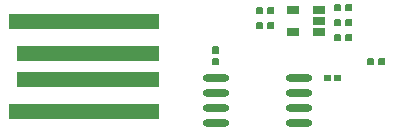
<source format=gbp>
G04 Layer: BottomPasteMaskLayer*
G04 EasyEDA v6.5.46, 2025-02-01 21:24:59*
G04 3faa27f7c1044bbbb46ecef337df57e6,286660f9466f4c8aba87c6f7285b94de,10*
G04 Gerber Generator version 0.2*
G04 Scale: 100 percent, Rotated: No, Reflected: No *
G04 Dimensions in millimeters *
G04 leading zeros omitted , absolute positions ,4 integer and 5 decimal *
%FSLAX45Y45*%
%MOMM*%

%AMMACRO1*4,1,4,6.0325,0.635,6.0325,-0.635,-6.0325,-0.635,-6.0325,0.635,6.0325,0.635,0*%
%AMMACRO2*4,1,4,6.35,0.635,6.35,-0.635,-6.35,-0.635,-6.35,0.635,6.35,0.635,0*%
%AMMACRO3*21,1,$1,$2,0,0,$3*%
%ADD10MACRO1*%
%ADD11MACRO2*%
%ADD12MACRO3,0.6X1X-90.0024*%
%ADD13MACRO3,0.5999X1.0001X-90.0024*%
%ADD14MACRO3,0.6X1X-90.0000*%
%ADD15MACRO3,0.6X1X-89.9976*%
%ADD16O,2.2500082X0.6299962*%

%LPD*%
G36*
X1510893Y510082D02*
G01*
X1503883Y505104D01*
X1503883Y460095D01*
X1510893Y455117D01*
X1558899Y455117D01*
X1563928Y460095D01*
X1563928Y505104D01*
X1558899Y510082D01*
G37*
G36*
X1412900Y510082D02*
G01*
X1407922Y505104D01*
X1407922Y460095D01*
X1412900Y455117D01*
X1460906Y455117D01*
X1467916Y460095D01*
X1467916Y505104D01*
X1460906Y510082D01*
G37*
G36*
X1510893Y637082D02*
G01*
X1503883Y632104D01*
X1503883Y587095D01*
X1510893Y582117D01*
X1558899Y582117D01*
X1563928Y587095D01*
X1563928Y632104D01*
X1558899Y637082D01*
G37*
G36*
X1412900Y637082D02*
G01*
X1407922Y632104D01*
X1407922Y587095D01*
X1412900Y582117D01*
X1460906Y582117D01*
X1467916Y587095D01*
X1467916Y632104D01*
X1460906Y637082D01*
G37*
G36*
X1510893Y383082D02*
G01*
X1503883Y378104D01*
X1503883Y333095D01*
X1510893Y328117D01*
X1558899Y328117D01*
X1563928Y333095D01*
X1563928Y378104D01*
X1558899Y383082D01*
G37*
G36*
X1412900Y383082D02*
G01*
X1407922Y378104D01*
X1407922Y333095D01*
X1412900Y328117D01*
X1460906Y328117D01*
X1467916Y333095D01*
X1467916Y378104D01*
X1460906Y383082D01*
G37*
G36*
X752500Y611682D02*
G01*
X747522Y606704D01*
X747522Y561695D01*
X752500Y556717D01*
X800506Y556717D01*
X807516Y561695D01*
X807516Y606704D01*
X800506Y611682D01*
G37*
G36*
X850493Y611682D02*
G01*
X843483Y606704D01*
X843483Y561695D01*
X850493Y556717D01*
X898499Y556717D01*
X903478Y561695D01*
X903478Y606704D01*
X898499Y611682D01*
G37*
G36*
X752500Y484682D02*
G01*
X747522Y479704D01*
X747522Y434695D01*
X752500Y429717D01*
X800506Y429717D01*
X807516Y434695D01*
X807516Y479704D01*
X800506Y484682D01*
G37*
G36*
X850493Y484682D02*
G01*
X843483Y479704D01*
X843483Y434695D01*
X850493Y429717D01*
X898499Y429717D01*
X903478Y434695D01*
X903478Y479704D01*
X898499Y484682D01*
G37*
G36*
X383895Y185216D02*
G01*
X378917Y178206D01*
X378917Y130200D01*
X383895Y125222D01*
X428904Y125222D01*
X433882Y130200D01*
X433882Y178206D01*
X428904Y185216D01*
G37*
G36*
X383895Y281178D02*
G01*
X378917Y276199D01*
X378917Y228193D01*
X383895Y221183D01*
X428904Y221183D01*
X433882Y228193D01*
X433882Y276199D01*
X428904Y281178D01*
G37*
G36*
X1790293Y179882D02*
G01*
X1783283Y174904D01*
X1783283Y129895D01*
X1790293Y124917D01*
X1838299Y124917D01*
X1843278Y129895D01*
X1843278Y174904D01*
X1838299Y179882D01*
G37*
G36*
X1692300Y179882D02*
G01*
X1687322Y174904D01*
X1687322Y129895D01*
X1692300Y124917D01*
X1740306Y124917D01*
X1747316Y129895D01*
X1747316Y174904D01*
X1740306Y179882D01*
G37*
G36*
X1414526Y39725D02*
G01*
X1410512Y35712D01*
X1410512Y-10312D01*
X1414526Y-14325D01*
X1464564Y-14325D01*
X1468577Y-10312D01*
X1468577Y35712D01*
X1464564Y39725D01*
G37*
G36*
X1329436Y39725D02*
G01*
X1325422Y35712D01*
X1325422Y-10312D01*
X1329436Y-14325D01*
X1379474Y-14325D01*
X1383487Y-10312D01*
X1383487Y35712D01*
X1379474Y39725D01*
G37*
D10*
G01*
X-673100Y0D03*
G01*
X-673100Y215900D03*
D11*
G01*
X-704850Y488950D03*
G01*
X-704850Y-273050D03*
D12*
G01*
X1278411Y495300D03*
D13*
G01*
X1278412Y400306D03*
D14*
G01*
X1278404Y590290D03*
D15*
G01*
X1058392Y400298D03*
D14*
G01*
X1058393Y590303D03*
D16*
G01*
X1115009Y12700D03*
G01*
X1115009Y-114300D03*
G01*
X1115009Y-241300D03*
G01*
X1115009Y-368300D03*
G01*
X408990Y12700D03*
G01*
X408990Y-114300D03*
G01*
X408990Y-241300D03*
G01*
X408990Y-368300D03*
M02*

</source>
